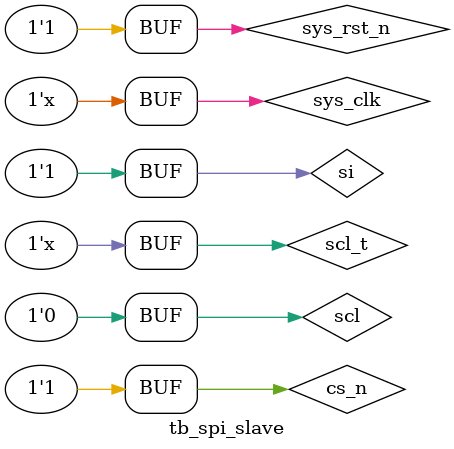
<source format=v>

                                                                                
// Verilog Test Bench template for design : uart_recv
// 
// Simulation tool : ModelSim-Altera (Verilog)
// 



`timescale 1 ns/ 1 ns
module tb_spi_slave();
// constants                                           
// general purpose registers
// test vector input registers
reg				sys_clk       				; 			
reg				sys_rst_n      			;
//spi½Ó¿Ú                                         ;
reg				cs_n					     ;
wire				scl						;
reg				si 						;
wire				so	                         ;
//Ä£¿é½Ó¿Ú                                        ;
reg       		scl_t					;
wire		[31:0]	dsp_data_para				;
wire		[31:0]	dsp_data_position			;
wire		[31:0]	dsp_data_position_compen		;	
// assign statements (if any)                          
spi_slave 	spi_slave_inst (
// port map - connection between master ports and signals/registers   
//system signals    
.sys_clk        			(sys_clk),//clock s
.sys_rst_n      			(sys_rst_n),//reset, 
//spi½Ó¿Ú                    ()
.cs_n					(cs_n),         
.scl						(scl),         
.si 						(si),         
.so	                         (so),
//Ä£¿é½Ó¿Ú                   ()
.dsp_data_para				(32'b1010_1010_1010_1010_1010_1010_1010_1011),
.dsp_data_position			(32'b1110_1010_1010_1010_1010_1010_1010_1011),
.dsp_data_position_compen	(32'b1110_1010_1010_1010_1010_1010_1010_1011)
        
);
//F1Ã»ÓÐÖÃ1µÄ³õÊ¼»¯
initial   begin                                                  
scl_t = 1;   
sys_clk= 1;                       
sys_rst_n <= 0;
si=0;
cs_n<=1;
#50
sys_rst_n <= 1;
#10_050 

cs_n<=0;
si=1;
		#1_000 	
si=0;
		#1_000 	
si=1;  
		#1_000 	
si=0;
		#1_000 	
si=0;
		#1_000 	
si=0;
		#1_000 	
si=1;
		#1_000 	
si=1;
		#1_000
cs_n<=1;  
		#10_500 
cs_n<=0;
si=1;
		#1_000 	
si=0;
		#1_000 	
si=0;  
		#1_000 	
si=0;
		#1_000 	
si=0;
		#1_000 	
si=0;
		#1_000 	
si=1;
		#1_000 	
si=1;
		#32_710
cs_n<=1;                               
$display("Running testbench");                       
end 
                             
always   #100 scl_t = ~scl_t;//5M
assign   scl	=scl_t&&(~cs_n);
always   #25 sys_clk = ~sys_clk;//20M
                                                 
endmodule


</source>
